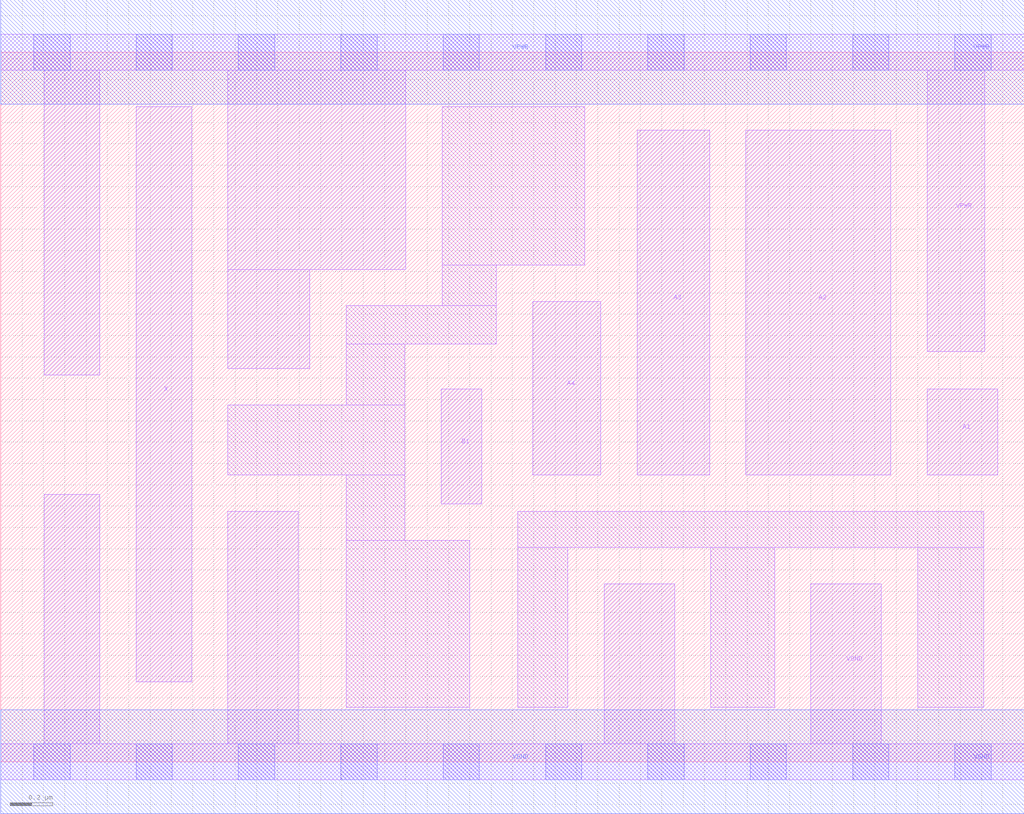
<source format=lef>
# Copyright 2020 The SkyWater PDK Authors
#
# Licensed under the Apache License, Version 2.0 (the "License");
# you may not use this file except in compliance with the License.
# You may obtain a copy of the License at
#
#     https://www.apache.org/licenses/LICENSE-2.0
#
# Unless required by applicable law or agreed to in writing, software
# distributed under the License is distributed on an "AS IS" BASIS,
# WITHOUT WARRANTIES OR CONDITIONS OF ANY KIND, either express or implied.
# See the License for the specific language governing permissions and
# limitations under the License.
#
# SPDX-License-Identifier: Apache-2.0

VERSION 5.7 ;
  NAMESCASESENSITIVE ON ;
  NOWIREEXTENSIONATPIN ON ;
  DIVIDERCHAR "/" ;
  BUSBITCHARS "[]" ;
UNITS
  DATABASE MICRONS 200 ;
END UNITS
MACRO sky130_fd_sc_lp__o41a_2
  CLASS CORE ;
  SOURCE USER ;
  FOREIGN sky130_fd_sc_lp__o41a_2 ;
  ORIGIN  0.000000  0.000000 ;
  SIZE  4.800000 BY  3.330000 ;
  SYMMETRY X Y R90 ;
  SITE unit ;
  PIN A1
    ANTENNAGATEAREA  0.315000 ;
    DIRECTION INPUT ;
    USE SIGNAL ;
    PORT
      LAYER li1 ;
        RECT 4.345000 1.345000 4.675000 1.750000 ;
    END
  END A1
  PIN A2
    ANTENNAGATEAREA  0.315000 ;
    DIRECTION INPUT ;
    USE SIGNAL ;
    PORT
      LAYER li1 ;
        RECT 3.495000 1.345000 4.175000 2.965000 ;
    END
  END A2
  PIN A3
    ANTENNAGATEAREA  0.315000 ;
    DIRECTION INPUT ;
    USE SIGNAL ;
    PORT
      LAYER li1 ;
        RECT 2.985000 1.345000 3.325000 2.965000 ;
    END
  END A3
  PIN A4
    ANTENNAGATEAREA  0.315000 ;
    DIRECTION INPUT ;
    USE SIGNAL ;
    PORT
      LAYER li1 ;
        RECT 2.495000 1.345000 2.815000 2.160000 ;
    END
  END A4
  PIN B1
    ANTENNAGATEAREA  0.315000 ;
    DIRECTION INPUT ;
    USE SIGNAL ;
    PORT
      LAYER li1 ;
        RECT 2.065000 1.210000 2.255000 1.750000 ;
    END
  END B1
  PIN X
    ANTENNADIFFAREA  0.588000 ;
    DIRECTION OUTPUT ;
    USE SIGNAL ;
    PORT
      LAYER li1 ;
        RECT 0.635000 0.375000 0.895000 3.075000 ;
    END
  END X
  PIN VGND
    DIRECTION INOUT ;
    USE GROUND ;
    PORT
      LAYER li1 ;
        RECT 0.000000 -0.085000 4.800000 0.085000 ;
        RECT 0.205000  0.085000 0.465000 1.255000 ;
        RECT 1.065000  0.085000 1.395000 1.175000 ;
        RECT 2.830000  0.085000 3.160000 0.835000 ;
        RECT 3.800000  0.085000 4.130000 0.835000 ;
      LAYER mcon ;
        RECT 0.155000 -0.085000 0.325000 0.085000 ;
        RECT 0.635000 -0.085000 0.805000 0.085000 ;
        RECT 1.115000 -0.085000 1.285000 0.085000 ;
        RECT 1.595000 -0.085000 1.765000 0.085000 ;
        RECT 2.075000 -0.085000 2.245000 0.085000 ;
        RECT 2.555000 -0.085000 2.725000 0.085000 ;
        RECT 3.035000 -0.085000 3.205000 0.085000 ;
        RECT 3.515000 -0.085000 3.685000 0.085000 ;
        RECT 3.995000 -0.085000 4.165000 0.085000 ;
        RECT 4.475000 -0.085000 4.645000 0.085000 ;
      LAYER met1 ;
        RECT 0.000000 -0.245000 4.800000 0.245000 ;
    END
  END VGND
  PIN VPWR
    DIRECTION INOUT ;
    USE POWER ;
    PORT
      LAYER li1 ;
        RECT 0.000000 3.245000 4.800000 3.415000 ;
        RECT 0.205000 1.815000 0.465000 3.245000 ;
        RECT 1.065000 1.845000 1.450000 2.310000 ;
        RECT 1.065000 2.310000 1.900000 3.245000 ;
        RECT 4.345000 1.925000 4.615000 3.245000 ;
      LAYER mcon ;
        RECT 0.155000 3.245000 0.325000 3.415000 ;
        RECT 0.635000 3.245000 0.805000 3.415000 ;
        RECT 1.115000 3.245000 1.285000 3.415000 ;
        RECT 1.595000 3.245000 1.765000 3.415000 ;
        RECT 2.075000 3.245000 2.245000 3.415000 ;
        RECT 2.555000 3.245000 2.725000 3.415000 ;
        RECT 3.035000 3.245000 3.205000 3.415000 ;
        RECT 3.515000 3.245000 3.685000 3.415000 ;
        RECT 3.995000 3.245000 4.165000 3.415000 ;
        RECT 4.475000 3.245000 4.645000 3.415000 ;
      LAYER met1 ;
        RECT 0.000000 3.085000 4.800000 3.575000 ;
    END
  END VPWR
  OBS
    LAYER li1 ;
      RECT 1.065000 1.345000 1.895000 1.675000 ;
      RECT 1.620000 0.255000 2.200000 1.040000 ;
      RECT 1.620000 1.040000 1.895000 1.345000 ;
      RECT 1.620000 1.675000 1.895000 1.960000 ;
      RECT 1.620000 1.960000 2.325000 2.140000 ;
      RECT 2.070000 2.140000 2.325000 2.330000 ;
      RECT 2.070000 2.330000 2.740000 3.075000 ;
      RECT 2.425000 0.255000 2.660000 1.005000 ;
      RECT 2.425000 1.005000 4.610000 1.175000 ;
      RECT 3.330000 0.255000 3.630000 1.005000 ;
      RECT 4.300000 0.255000 4.610000 1.005000 ;
  END
END sky130_fd_sc_lp__o41a_2

</source>
